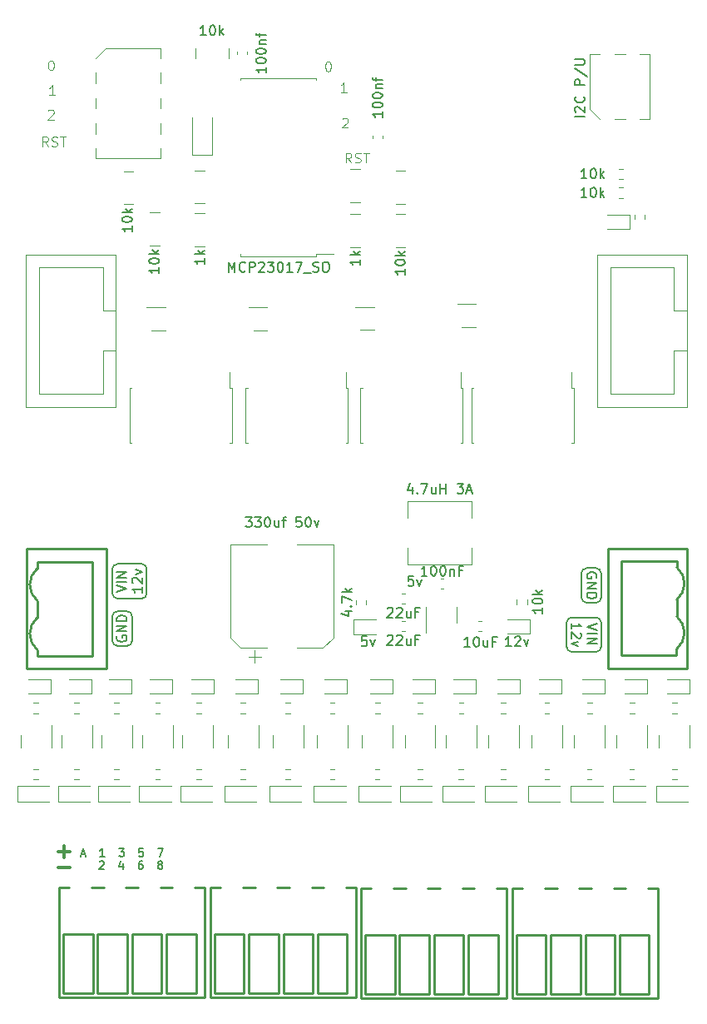
<source format=gto>
G04 #@! TF.GenerationSoftware,KiCad,Pcbnew,(6.0.9)*
G04 #@! TF.CreationDate,2023-11-09T13:38:08+05:30*
G04 #@! TF.ProjectId,Modular-I2C-4PxRJ45-Relay-Driver,4d6f6475-6c61-4722-9d49-32432d345078,2*
G04 #@! TF.SameCoordinates,Original*
G04 #@! TF.FileFunction,Legend,Top*
G04 #@! TF.FilePolarity,Positive*
%FSLAX46Y46*%
G04 Gerber Fmt 4.6, Leading zero omitted, Abs format (unit mm)*
G04 Created by KiCad (PCBNEW (6.0.9)) date 2023-11-09 13:38:08*
%MOMM*%
%LPD*%
G01*
G04 APERTURE LIST*
%ADD10C,0.150000*%
%ADD11C,0.200000*%
%ADD12C,0.125000*%
%ADD13C,0.300000*%
%ADD14C,0.120000*%
%ADD15C,0.254000*%
%ADD16C,0.100000*%
G04 APERTURE END LIST*
D10*
X126244900Y-84379400D02*
G75*
G03*
X126744900Y-83879400I0J500000D01*
G01*
X170992047Y-84489153D02*
G75*
G03*
X171492047Y-84989153I499953J-47D01*
G01*
X128244900Y-76564400D02*
G75*
G03*
X127744900Y-76064400I-500000J0D01*
G01*
X174492047Y-81989153D02*
X174492047Y-84489153D01*
X173992047Y-79989153D02*
X172992047Y-79989153D01*
X127744900Y-79564400D02*
X125244900Y-79564400D01*
X125244900Y-80879400D02*
G75*
G03*
X124744900Y-81379400I0J-500000D01*
G01*
X125244900Y-76064400D02*
X127744900Y-76064400D01*
X126744900Y-81379400D02*
G75*
G03*
X126244900Y-80879400I-500000J0D01*
G01*
X174492047Y-81989153D02*
G75*
G03*
X173992047Y-81489153I-500047J-47D01*
G01*
X173992047Y-79989247D02*
G75*
G03*
X174492047Y-79489153I-47J500047D01*
G01*
X171492047Y-81489247D02*
G75*
G03*
X170992047Y-81989153I-47J-499953D01*
G01*
X172492047Y-79489153D02*
G75*
G03*
X172992047Y-79989153I499953J-47D01*
G01*
X170992047Y-84489153D02*
X170992047Y-81989153D01*
X126744900Y-81379400D02*
X126744900Y-83879400D01*
X172492047Y-79489153D02*
X172492047Y-76989153D01*
X124744900Y-79064400D02*
X124744900Y-76564400D01*
X125244900Y-80879400D02*
X126244900Y-80879400D01*
X173992047Y-84989247D02*
G75*
G03*
X174492047Y-84489153I-47J500047D01*
G01*
X127744900Y-79564400D02*
G75*
G03*
X128244900Y-79064400I0J500000D01*
G01*
X124744900Y-83879400D02*
G75*
G03*
X125244900Y-84379400I500000J0D01*
G01*
X172992047Y-76489247D02*
G75*
G03*
X172492047Y-76989153I-47J-499953D01*
G01*
X173992047Y-76489153D02*
X172992047Y-76489153D01*
X173992047Y-84989153D02*
X171492047Y-84989153D01*
X171492047Y-81489153D02*
X173992047Y-81489153D01*
X174492047Y-79489153D02*
X174492047Y-76989153D01*
X124744900Y-81379400D02*
X124744900Y-83879400D01*
X125244900Y-84379400D02*
X126244900Y-84379400D01*
X124744900Y-79064400D02*
G75*
G03*
X125244900Y-79564400I500000J0D01*
G01*
X128244900Y-76564400D02*
X128244900Y-79064400D01*
X174492047Y-76989153D02*
G75*
G03*
X173992047Y-76489153I-500047J-47D01*
G01*
X125244900Y-76064400D02*
G75*
G03*
X124744900Y-76564400I0J-500000D01*
G01*
D11*
X121577657Y-105559733D02*
X121958609Y-105559733D01*
X121501466Y-105788304D02*
X121768133Y-104988304D01*
X122034800Y-105788304D01*
X123939561Y-105788304D02*
X123482419Y-105788304D01*
X123710990Y-105788304D02*
X123710990Y-104988304D01*
X123634800Y-105102590D01*
X123558609Y-105178780D01*
X123482419Y-105216876D01*
X125425276Y-104988304D02*
X125920514Y-104988304D01*
X125653847Y-105293066D01*
X125768133Y-105293066D01*
X125844323Y-105331161D01*
X125882419Y-105369257D01*
X125920514Y-105445447D01*
X125920514Y-105635923D01*
X125882419Y-105712114D01*
X125844323Y-105750209D01*
X125768133Y-105788304D01*
X125539561Y-105788304D01*
X125463371Y-105750209D01*
X125425276Y-105712114D01*
X127863371Y-104988304D02*
X127482419Y-104988304D01*
X127444323Y-105369257D01*
X127482419Y-105331161D01*
X127558609Y-105293066D01*
X127749085Y-105293066D01*
X127825276Y-105331161D01*
X127863371Y-105369257D01*
X127901466Y-105445447D01*
X127901466Y-105635923D01*
X127863371Y-105712114D01*
X127825276Y-105750209D01*
X127749085Y-105788304D01*
X127558609Y-105788304D01*
X127482419Y-105750209D01*
X127444323Y-105712114D01*
X129387180Y-104988304D02*
X129920514Y-104988304D01*
X129577657Y-105788304D01*
X123444323Y-106352495D02*
X123482419Y-106314400D01*
X123558609Y-106276304D01*
X123749085Y-106276304D01*
X123825276Y-106314400D01*
X123863371Y-106352495D01*
X123901466Y-106428685D01*
X123901466Y-106504876D01*
X123863371Y-106619161D01*
X123406228Y-107076304D01*
X123901466Y-107076304D01*
X125806228Y-106542971D02*
X125806228Y-107076304D01*
X125615752Y-106238209D02*
X125425276Y-106809638D01*
X125920514Y-106809638D01*
X127787180Y-106276304D02*
X127634800Y-106276304D01*
X127558609Y-106314400D01*
X127520514Y-106352495D01*
X127444323Y-106466780D01*
X127406228Y-106619161D01*
X127406228Y-106923923D01*
X127444323Y-107000114D01*
X127482419Y-107038209D01*
X127558609Y-107076304D01*
X127710990Y-107076304D01*
X127787180Y-107038209D01*
X127825276Y-107000114D01*
X127863371Y-106923923D01*
X127863371Y-106733447D01*
X127825276Y-106657257D01*
X127787180Y-106619161D01*
X127710990Y-106581066D01*
X127558609Y-106581066D01*
X127482419Y-106619161D01*
X127444323Y-106657257D01*
X127406228Y-106733447D01*
X129539561Y-106619161D02*
X129463371Y-106581066D01*
X129425276Y-106542971D01*
X129387180Y-106466780D01*
X129387180Y-106428685D01*
X129425276Y-106352495D01*
X129463371Y-106314400D01*
X129539561Y-106276304D01*
X129691942Y-106276304D01*
X129768133Y-106314400D01*
X129806228Y-106352495D01*
X129844323Y-106428685D01*
X129844323Y-106466780D01*
X129806228Y-106542971D01*
X129768133Y-106581066D01*
X129691942Y-106619161D01*
X129539561Y-106619161D01*
X129463371Y-106657257D01*
X129425276Y-106695352D01*
X129387180Y-106771542D01*
X129387180Y-106923923D01*
X129425276Y-107000114D01*
X129463371Y-107038209D01*
X129539561Y-107076304D01*
X129691942Y-107076304D01*
X129768133Y-107038209D01*
X129806228Y-107000114D01*
X129844323Y-106923923D01*
X129844323Y-106771542D01*
X129806228Y-106695352D01*
X129768133Y-106657257D01*
X129691942Y-106619161D01*
D12*
X118197380Y-33599380D02*
X117864047Y-33123190D01*
X117625952Y-33599380D02*
X117625952Y-32599380D01*
X118006904Y-32599380D01*
X118102142Y-32647000D01*
X118149761Y-32694619D01*
X118197380Y-32789857D01*
X118197380Y-32932714D01*
X118149761Y-33027952D01*
X118102142Y-33075571D01*
X118006904Y-33123190D01*
X117625952Y-33123190D01*
X118578333Y-33551761D02*
X118721190Y-33599380D01*
X118959285Y-33599380D01*
X119054523Y-33551761D01*
X119102142Y-33504142D01*
X119149761Y-33408904D01*
X119149761Y-33313666D01*
X119102142Y-33218428D01*
X119054523Y-33170809D01*
X118959285Y-33123190D01*
X118768809Y-33075571D01*
X118673571Y-33027952D01*
X118625952Y-32980333D01*
X118578333Y-32885095D01*
X118578333Y-32789857D01*
X118625952Y-32694619D01*
X118673571Y-32647000D01*
X118768809Y-32599380D01*
X119006904Y-32599380D01*
X119149761Y-32647000D01*
X119435476Y-32599380D02*
X120006904Y-32599380D01*
X119721190Y-33599380D02*
X119721190Y-32599380D01*
X148151885Y-30789619D02*
X148199504Y-30742000D01*
X148294742Y-30694380D01*
X148532838Y-30694380D01*
X148628076Y-30742000D01*
X148675695Y-30789619D01*
X148723314Y-30884857D01*
X148723314Y-30980095D01*
X148675695Y-31122952D01*
X148104266Y-31694380D01*
X148723314Y-31694380D01*
X118903714Y-28355180D02*
X118332285Y-28355180D01*
X118618000Y-28355180D02*
X118618000Y-27355180D01*
X118522761Y-27498038D01*
X118427523Y-27593276D01*
X118332285Y-27640895D01*
D10*
X173992047Y-77477248D02*
X174039666Y-77382010D01*
X174039666Y-77239153D01*
X173992047Y-77096295D01*
X173896808Y-77001057D01*
X173801570Y-76953438D01*
X173611094Y-76905819D01*
X173468237Y-76905819D01*
X173277761Y-76953438D01*
X173182523Y-77001057D01*
X173087285Y-77096295D01*
X173039666Y-77239153D01*
X173039666Y-77334391D01*
X173087285Y-77477248D01*
X173134904Y-77524867D01*
X173468237Y-77524867D01*
X173468237Y-77334391D01*
X173039666Y-77953438D02*
X174039666Y-77953438D01*
X173039666Y-78524867D01*
X174039666Y-78524867D01*
X173039666Y-79001057D02*
X174039666Y-79001057D01*
X174039666Y-79239153D01*
X173992047Y-79382010D01*
X173896808Y-79477248D01*
X173801570Y-79524867D01*
X173611094Y-79572486D01*
X173468237Y-79572486D01*
X173277761Y-79524867D01*
X173182523Y-79477248D01*
X173087285Y-79382010D01*
X173039666Y-79239153D01*
X173039666Y-79001057D01*
X126741180Y-41692438D02*
X126741180Y-42263866D01*
X126741180Y-41978152D02*
X125741180Y-41978152D01*
X125884038Y-42073390D01*
X125979276Y-42168628D01*
X126026895Y-42263866D01*
X125741180Y-41073390D02*
X125741180Y-40978152D01*
X125788800Y-40882914D01*
X125836419Y-40835295D01*
X125931657Y-40787676D01*
X126122133Y-40740057D01*
X126360228Y-40740057D01*
X126550704Y-40787676D01*
X126645942Y-40835295D01*
X126693561Y-40882914D01*
X126741180Y-40978152D01*
X126741180Y-41073390D01*
X126693561Y-41168628D01*
X126645942Y-41216247D01*
X126550704Y-41263866D01*
X126360228Y-41311485D01*
X126122133Y-41311485D01*
X125931657Y-41263866D01*
X125836419Y-41216247D01*
X125788800Y-41168628D01*
X125741180Y-41073390D01*
X126741180Y-40311485D02*
X125741180Y-40311485D01*
X126360228Y-40216247D02*
X126741180Y-39930533D01*
X126074514Y-39930533D02*
X126455466Y-40311485D01*
X172816780Y-30539961D02*
X171816780Y-30539961D01*
X171912019Y-30111390D02*
X171864400Y-30063771D01*
X171816780Y-29968533D01*
X171816780Y-29730438D01*
X171864400Y-29635200D01*
X171912019Y-29587580D01*
X172007257Y-29539961D01*
X172102495Y-29539961D01*
X172245352Y-29587580D01*
X172816780Y-30159009D01*
X172816780Y-29539961D01*
X172721542Y-28539961D02*
X172769161Y-28587580D01*
X172816780Y-28730438D01*
X172816780Y-28825676D01*
X172769161Y-28968533D01*
X172673923Y-29063771D01*
X172578685Y-29111390D01*
X172388209Y-29159009D01*
X172245352Y-29159009D01*
X172054876Y-29111390D01*
X171959638Y-29063771D01*
X171864400Y-28968533D01*
X171816780Y-28825676D01*
X171816780Y-28730438D01*
X171864400Y-28587580D01*
X171912019Y-28539961D01*
X172816780Y-27349485D02*
X171816780Y-27349485D01*
X171816780Y-26968533D01*
X171864400Y-26873295D01*
X171912019Y-26825676D01*
X172007257Y-26778057D01*
X172150114Y-26778057D01*
X172245352Y-26825676D01*
X172292971Y-26873295D01*
X172340590Y-26968533D01*
X172340590Y-27349485D01*
X171769161Y-25635200D02*
X173054876Y-26492342D01*
X171816780Y-25301866D02*
X172626304Y-25301866D01*
X172721542Y-25254247D01*
X172769161Y-25206628D01*
X172816780Y-25111390D01*
X172816780Y-24920914D01*
X172769161Y-24825676D01*
X172721542Y-24778057D01*
X172626304Y-24730438D01*
X171816780Y-24730438D01*
X174094666Y-82143914D02*
X173094666Y-82477248D01*
X174094666Y-82810581D01*
X173094666Y-83143914D02*
X174094666Y-83143914D01*
X173094666Y-83620105D02*
X174094666Y-83620105D01*
X173094666Y-84191533D01*
X174094666Y-84191533D01*
X171484666Y-82667724D02*
X171484666Y-82096295D01*
X171484666Y-82382010D02*
X172484666Y-82382010D01*
X172341808Y-82286772D01*
X172246570Y-82191533D01*
X172198951Y-82096295D01*
X172389427Y-83048676D02*
X172437047Y-83096295D01*
X172484666Y-83191533D01*
X172484666Y-83429629D01*
X172437047Y-83524867D01*
X172389427Y-83572486D01*
X172294189Y-83620105D01*
X172198951Y-83620105D01*
X172056094Y-83572486D01*
X171484666Y-83001057D01*
X171484666Y-83620105D01*
X172151332Y-83953438D02*
X171484666Y-84191533D01*
X172151332Y-84429629D01*
X125142280Y-78909638D02*
X126142280Y-78576304D01*
X125142280Y-78242971D01*
X126142280Y-77909638D02*
X125142280Y-77909638D01*
X126142280Y-77433447D02*
X125142280Y-77433447D01*
X126142280Y-76862019D01*
X125142280Y-76862019D01*
X127752280Y-78385828D02*
X127752280Y-78957257D01*
X127752280Y-78671542D02*
X126752280Y-78671542D01*
X126895138Y-78766780D01*
X126990376Y-78862019D01*
X127037995Y-78957257D01*
X126847519Y-78004876D02*
X126799900Y-77957257D01*
X126752280Y-77862019D01*
X126752280Y-77623923D01*
X126799900Y-77528685D01*
X126847519Y-77481066D01*
X126942757Y-77433447D01*
X127037995Y-77433447D01*
X127180852Y-77481066D01*
X127752280Y-78052495D01*
X127752280Y-77433447D01*
X127085614Y-77100114D02*
X127752280Y-76862019D01*
X127085614Y-76623923D01*
D12*
X146660730Y-24955180D02*
X146755969Y-24955180D01*
X146851207Y-25002800D01*
X146898826Y-25050419D01*
X146946445Y-25145657D01*
X146994064Y-25336133D01*
X146994064Y-25574228D01*
X146946445Y-25764704D01*
X146898826Y-25859942D01*
X146851207Y-25907561D01*
X146755969Y-25955180D01*
X146660730Y-25955180D01*
X146565492Y-25907561D01*
X146517873Y-25859942D01*
X146470254Y-25764704D01*
X146422635Y-25574228D01*
X146422635Y-25336133D01*
X146470254Y-25145657D01*
X146517873Y-25050419D01*
X146565492Y-25002800D01*
X146660730Y-24955180D01*
X118205285Y-29950419D02*
X118252904Y-29902800D01*
X118348142Y-29855180D01*
X118586238Y-29855180D01*
X118681476Y-29902800D01*
X118729095Y-29950419D01*
X118776714Y-30045657D01*
X118776714Y-30140895D01*
X118729095Y-30283752D01*
X118157666Y-30855180D01*
X118776714Y-30855180D01*
X148570914Y-28087580D02*
X147999485Y-28087580D01*
X148285200Y-28087580D02*
X148285200Y-27087580D01*
X148189961Y-27230438D01*
X148094723Y-27325676D01*
X147999485Y-27373295D01*
D10*
X125244900Y-83391304D02*
X125197280Y-83486542D01*
X125197280Y-83629400D01*
X125244900Y-83772257D01*
X125340138Y-83867495D01*
X125435376Y-83915114D01*
X125625852Y-83962733D01*
X125768709Y-83962733D01*
X125959185Y-83915114D01*
X126054423Y-83867495D01*
X126149661Y-83772257D01*
X126197280Y-83629400D01*
X126197280Y-83534161D01*
X126149661Y-83391304D01*
X126102042Y-83343685D01*
X125768709Y-83343685D01*
X125768709Y-83534161D01*
X126197280Y-82915114D02*
X125197280Y-82915114D01*
X126197280Y-82343685D01*
X125197280Y-82343685D01*
X126197280Y-81867495D02*
X125197280Y-81867495D01*
X125197280Y-81629400D01*
X125244900Y-81486542D01*
X125340138Y-81391304D01*
X125435376Y-81343685D01*
X125625852Y-81296066D01*
X125768709Y-81296066D01*
X125959185Y-81343685D01*
X126054423Y-81391304D01*
X126149661Y-81486542D01*
X126197280Y-81629400D01*
X126197280Y-81867495D01*
D12*
X149058380Y-35250380D02*
X148725047Y-34774190D01*
X148486952Y-35250380D02*
X148486952Y-34250380D01*
X148867904Y-34250380D01*
X148963142Y-34298000D01*
X149010761Y-34345619D01*
X149058380Y-34440857D01*
X149058380Y-34583714D01*
X149010761Y-34678952D01*
X148963142Y-34726571D01*
X148867904Y-34774190D01*
X148486952Y-34774190D01*
X149439333Y-35202761D02*
X149582190Y-35250380D01*
X149820285Y-35250380D01*
X149915523Y-35202761D01*
X149963142Y-35155142D01*
X150010761Y-35059904D01*
X150010761Y-34964666D01*
X149963142Y-34869428D01*
X149915523Y-34821809D01*
X149820285Y-34774190D01*
X149629809Y-34726571D01*
X149534571Y-34678952D01*
X149486952Y-34631333D01*
X149439333Y-34536095D01*
X149439333Y-34440857D01*
X149486952Y-34345619D01*
X149534571Y-34298000D01*
X149629809Y-34250380D01*
X149867904Y-34250380D01*
X150010761Y-34298000D01*
X150296476Y-34250380D02*
X150867904Y-34250380D01*
X150582190Y-35250380D02*
X150582190Y-34250380D01*
D13*
X119265771Y-105313942D02*
X120408628Y-105313942D01*
X119837200Y-105885371D02*
X119837200Y-104742514D01*
X119265771Y-106888742D02*
X120408628Y-106888742D01*
D12*
X118443380Y-24855180D02*
X118538619Y-24855180D01*
X118633857Y-24902800D01*
X118681476Y-24950419D01*
X118729095Y-25045657D01*
X118776714Y-25236133D01*
X118776714Y-25474228D01*
X118729095Y-25664704D01*
X118681476Y-25759942D01*
X118633857Y-25807561D01*
X118538619Y-25855180D01*
X118443380Y-25855180D01*
X118348142Y-25807561D01*
X118300523Y-25759942D01*
X118252904Y-25664704D01*
X118205285Y-25474228D01*
X118205285Y-25236133D01*
X118252904Y-25045657D01*
X118300523Y-24950419D01*
X118348142Y-24902800D01*
X118443380Y-24855180D01*
D10*
X165341371Y-84424780D02*
X164769942Y-84424780D01*
X165055657Y-84424780D02*
X165055657Y-83424780D01*
X164960419Y-83567638D01*
X164865180Y-83662876D01*
X164769942Y-83710495D01*
X165722323Y-83520019D02*
X165769942Y-83472400D01*
X165865180Y-83424780D01*
X166103276Y-83424780D01*
X166198514Y-83472400D01*
X166246133Y-83520019D01*
X166293752Y-83615257D01*
X166293752Y-83710495D01*
X166246133Y-83853352D01*
X165674704Y-84424780D01*
X166293752Y-84424780D01*
X166627085Y-83758114D02*
X166865180Y-84424780D01*
X167103276Y-83758114D01*
X129484380Y-45908838D02*
X129484380Y-46480266D01*
X129484380Y-46194552D02*
X128484380Y-46194552D01*
X128627238Y-46289790D01*
X128722476Y-46385028D01*
X128770095Y-46480266D01*
X128484380Y-45289790D02*
X128484380Y-45194552D01*
X128532000Y-45099314D01*
X128579619Y-45051695D01*
X128674857Y-45004076D01*
X128865333Y-44956457D01*
X129103428Y-44956457D01*
X129293904Y-45004076D01*
X129389142Y-45051695D01*
X129436761Y-45099314D01*
X129484380Y-45194552D01*
X129484380Y-45289790D01*
X129436761Y-45385028D01*
X129389142Y-45432647D01*
X129293904Y-45480266D01*
X129103428Y-45527885D01*
X128865333Y-45527885D01*
X128674857Y-45480266D01*
X128579619Y-45432647D01*
X128532000Y-45385028D01*
X128484380Y-45289790D01*
X129484380Y-44527885D02*
X128484380Y-44527885D01*
X129103428Y-44432647D02*
X129484380Y-44146933D01*
X128817714Y-44146933D02*
X129198666Y-44527885D01*
X168522180Y-80503638D02*
X168522180Y-81075066D01*
X168522180Y-80789352D02*
X167522180Y-80789352D01*
X167665038Y-80884590D01*
X167760276Y-80979828D01*
X167807895Y-81075066D01*
X167522180Y-79884590D02*
X167522180Y-79789352D01*
X167569800Y-79694114D01*
X167617419Y-79646495D01*
X167712657Y-79598876D01*
X167903133Y-79551257D01*
X168141228Y-79551257D01*
X168331704Y-79598876D01*
X168426942Y-79646495D01*
X168474561Y-79694114D01*
X168522180Y-79789352D01*
X168522180Y-79884590D01*
X168474561Y-79979828D01*
X168426942Y-80027447D01*
X168331704Y-80075066D01*
X168141228Y-80122685D01*
X167903133Y-80122685D01*
X167712657Y-80075066D01*
X167617419Y-80027447D01*
X167569800Y-79979828D01*
X167522180Y-79884590D01*
X168522180Y-79122685D02*
X167522180Y-79122685D01*
X168141228Y-79027447D02*
X168522180Y-78741733D01*
X167855514Y-78741733D02*
X168236466Y-79122685D01*
X150631542Y-83424780D02*
X150155352Y-83424780D01*
X150107733Y-83900971D01*
X150155352Y-83853352D01*
X150250590Y-83805733D01*
X150488685Y-83805733D01*
X150583923Y-83853352D01*
X150631542Y-83900971D01*
X150679161Y-83996209D01*
X150679161Y-84234304D01*
X150631542Y-84329542D01*
X150583923Y-84377161D01*
X150488685Y-84424780D01*
X150250590Y-84424780D01*
X150155352Y-84377161D01*
X150107733Y-84329542D01*
X151012495Y-83758114D02*
X151250590Y-84424780D01*
X151488685Y-83758114D01*
X140374380Y-25527561D02*
X140374380Y-26098990D01*
X140374380Y-25813276D02*
X139374380Y-25813276D01*
X139517238Y-25908514D01*
X139612476Y-26003752D01*
X139660095Y-26098990D01*
X139374380Y-24908514D02*
X139374380Y-24813276D01*
X139422000Y-24718038D01*
X139469619Y-24670419D01*
X139564857Y-24622800D01*
X139755333Y-24575180D01*
X139993428Y-24575180D01*
X140183904Y-24622800D01*
X140279142Y-24670419D01*
X140326761Y-24718038D01*
X140374380Y-24813276D01*
X140374380Y-24908514D01*
X140326761Y-25003752D01*
X140279142Y-25051371D01*
X140183904Y-25098990D01*
X139993428Y-25146609D01*
X139755333Y-25146609D01*
X139564857Y-25098990D01*
X139469619Y-25051371D01*
X139422000Y-25003752D01*
X139374380Y-24908514D01*
X139374380Y-23956133D02*
X139374380Y-23860895D01*
X139422000Y-23765657D01*
X139469619Y-23718038D01*
X139564857Y-23670419D01*
X139755333Y-23622800D01*
X139993428Y-23622800D01*
X140183904Y-23670419D01*
X140279142Y-23718038D01*
X140326761Y-23765657D01*
X140374380Y-23860895D01*
X140374380Y-23956133D01*
X140326761Y-24051371D01*
X140279142Y-24098990D01*
X140183904Y-24146609D01*
X139993428Y-24194228D01*
X139755333Y-24194228D01*
X139564857Y-24146609D01*
X139469619Y-24098990D01*
X139422000Y-24051371D01*
X139374380Y-23956133D01*
X139707714Y-23194228D02*
X140374380Y-23194228D01*
X139802952Y-23194228D02*
X139755333Y-23146609D01*
X139707714Y-23051371D01*
X139707714Y-22908514D01*
X139755333Y-22813276D01*
X139850571Y-22765657D01*
X140374380Y-22765657D01*
X139707714Y-22432323D02*
X139707714Y-22051371D01*
X140374380Y-22289466D02*
X139517238Y-22289466D01*
X139422000Y-22241847D01*
X139374380Y-22146609D01*
X139374380Y-22051371D01*
X134278761Y-22282380D02*
X133707333Y-22282380D01*
X133993047Y-22282380D02*
X133993047Y-21282380D01*
X133897809Y-21425238D01*
X133802571Y-21520476D01*
X133707333Y-21568095D01*
X134897809Y-21282380D02*
X134993047Y-21282380D01*
X135088285Y-21330000D01*
X135135904Y-21377619D01*
X135183523Y-21472857D01*
X135231142Y-21663333D01*
X135231142Y-21901428D01*
X135183523Y-22091904D01*
X135135904Y-22187142D01*
X135088285Y-22234761D01*
X134993047Y-22282380D01*
X134897809Y-22282380D01*
X134802571Y-22234761D01*
X134754952Y-22187142D01*
X134707333Y-22091904D01*
X134659714Y-21901428D01*
X134659714Y-21663333D01*
X134707333Y-21472857D01*
X134754952Y-21377619D01*
X134802571Y-21330000D01*
X134897809Y-21282380D01*
X135659714Y-22282380D02*
X135659714Y-21282380D01*
X135754952Y-21901428D02*
X136040666Y-22282380D01*
X136040666Y-21615714D02*
X135659714Y-21996666D01*
X161132971Y-84475580D02*
X160561542Y-84475580D01*
X160847257Y-84475580D02*
X160847257Y-83475580D01*
X160752019Y-83618438D01*
X160656780Y-83713676D01*
X160561542Y-83761295D01*
X161752019Y-83475580D02*
X161847257Y-83475580D01*
X161942495Y-83523200D01*
X161990114Y-83570819D01*
X162037733Y-83666057D01*
X162085352Y-83856533D01*
X162085352Y-84094628D01*
X162037733Y-84285104D01*
X161990114Y-84380342D01*
X161942495Y-84427961D01*
X161847257Y-84475580D01*
X161752019Y-84475580D01*
X161656780Y-84427961D01*
X161609161Y-84380342D01*
X161561542Y-84285104D01*
X161513923Y-84094628D01*
X161513923Y-83856533D01*
X161561542Y-83666057D01*
X161609161Y-83570819D01*
X161656780Y-83523200D01*
X161752019Y-83475580D01*
X162942495Y-83808914D02*
X162942495Y-84475580D01*
X162513923Y-83808914D02*
X162513923Y-84332723D01*
X162561542Y-84427961D01*
X162656780Y-84475580D01*
X162799638Y-84475580D01*
X162894876Y-84427961D01*
X162942495Y-84380342D01*
X163752019Y-83951771D02*
X163418685Y-83951771D01*
X163418685Y-84475580D02*
X163418685Y-83475580D01*
X163894876Y-83475580D01*
X173028111Y-36848680D02*
X172456683Y-36848680D01*
X172742397Y-36848680D02*
X172742397Y-35848680D01*
X172647159Y-35991538D01*
X172551921Y-36086776D01*
X172456683Y-36134395D01*
X173647159Y-35848680D02*
X173742397Y-35848680D01*
X173837635Y-35896300D01*
X173885254Y-35943919D01*
X173932873Y-36039157D01*
X173980492Y-36229633D01*
X173980492Y-36467728D01*
X173932873Y-36658204D01*
X173885254Y-36753442D01*
X173837635Y-36801061D01*
X173742397Y-36848680D01*
X173647159Y-36848680D01*
X173551921Y-36801061D01*
X173504302Y-36753442D01*
X173456683Y-36658204D01*
X173409064Y-36467728D01*
X173409064Y-36229633D01*
X173456683Y-36039157D01*
X173504302Y-35943919D01*
X173551921Y-35896300D01*
X173647159Y-35848680D01*
X174409064Y-36848680D02*
X174409064Y-35848680D01*
X174504302Y-36467728D02*
X174790016Y-36848680D01*
X174790016Y-36182014D02*
X174409064Y-36562966D01*
X155368342Y-77290380D02*
X154892152Y-77290380D01*
X154844533Y-77766571D01*
X154892152Y-77718952D01*
X154987390Y-77671333D01*
X155225485Y-77671333D01*
X155320723Y-77718952D01*
X155368342Y-77766571D01*
X155415961Y-77861809D01*
X155415961Y-78099904D01*
X155368342Y-78195142D01*
X155320723Y-78242761D01*
X155225485Y-78290380D01*
X154987390Y-78290380D01*
X154892152Y-78242761D01*
X154844533Y-78195142D01*
X155749295Y-77623714D02*
X155987390Y-78290380D01*
X156225485Y-77623714D01*
X152738342Y-80593619D02*
X152785961Y-80546000D01*
X152881200Y-80498380D01*
X153119295Y-80498380D01*
X153214533Y-80546000D01*
X153262152Y-80593619D01*
X153309771Y-80688857D01*
X153309771Y-80784095D01*
X153262152Y-80926952D01*
X152690723Y-81498380D01*
X153309771Y-81498380D01*
X153690723Y-80593619D02*
X153738342Y-80546000D01*
X153833580Y-80498380D01*
X154071676Y-80498380D01*
X154166914Y-80546000D01*
X154214533Y-80593619D01*
X154262152Y-80688857D01*
X154262152Y-80784095D01*
X154214533Y-80926952D01*
X153643104Y-81498380D01*
X154262152Y-81498380D01*
X155119295Y-80831714D02*
X155119295Y-81498380D01*
X154690723Y-80831714D02*
X154690723Y-81355523D01*
X154738342Y-81450761D01*
X154833580Y-81498380D01*
X154976438Y-81498380D01*
X155071676Y-81450761D01*
X155119295Y-81403142D01*
X155928819Y-80974571D02*
X155595485Y-80974571D01*
X155595485Y-81498380D02*
X155595485Y-80498380D01*
X156071676Y-80498380D01*
X152725342Y-83387619D02*
X152772961Y-83340000D01*
X152868200Y-83292380D01*
X153106295Y-83292380D01*
X153201533Y-83340000D01*
X153249152Y-83387619D01*
X153296771Y-83482857D01*
X153296771Y-83578095D01*
X153249152Y-83720952D01*
X152677723Y-84292380D01*
X153296771Y-84292380D01*
X153677723Y-83387619D02*
X153725342Y-83340000D01*
X153820580Y-83292380D01*
X154058676Y-83292380D01*
X154153914Y-83340000D01*
X154201533Y-83387619D01*
X154249152Y-83482857D01*
X154249152Y-83578095D01*
X154201533Y-83720952D01*
X153630104Y-84292380D01*
X154249152Y-84292380D01*
X155106295Y-83625714D02*
X155106295Y-84292380D01*
X154677723Y-83625714D02*
X154677723Y-84149523D01*
X154725342Y-84244761D01*
X154820580Y-84292380D01*
X154963438Y-84292380D01*
X155058676Y-84244761D01*
X155106295Y-84197142D01*
X155915819Y-83768571D02*
X155582485Y-83768571D01*
X155582485Y-84292380D02*
X155582485Y-83292380D01*
X156058676Y-83292380D01*
X155265485Y-68220714D02*
X155265485Y-68887380D01*
X155027390Y-67839761D02*
X154789295Y-68554047D01*
X155408342Y-68554047D01*
X155789295Y-68792142D02*
X155836914Y-68839761D01*
X155789295Y-68887380D01*
X155741676Y-68839761D01*
X155789295Y-68792142D01*
X155789295Y-68887380D01*
X156170247Y-67887380D02*
X156836914Y-67887380D01*
X156408342Y-68887380D01*
X157646438Y-68220714D02*
X157646438Y-68887380D01*
X157217866Y-68220714D02*
X157217866Y-68744523D01*
X157265485Y-68839761D01*
X157360723Y-68887380D01*
X157503580Y-68887380D01*
X157598819Y-68839761D01*
X157646438Y-68792142D01*
X158122628Y-68887380D02*
X158122628Y-67887380D01*
X158122628Y-68363571D02*
X158694057Y-68363571D01*
X158694057Y-68887380D02*
X158694057Y-67887380D01*
X159836914Y-67887380D02*
X160455961Y-67887380D01*
X160122628Y-68268333D01*
X160265485Y-68268333D01*
X160360723Y-68315952D01*
X160408342Y-68363571D01*
X160455961Y-68458809D01*
X160455961Y-68696904D01*
X160408342Y-68792142D01*
X160360723Y-68839761D01*
X160265485Y-68887380D01*
X159979771Y-68887380D01*
X159884533Y-68839761D01*
X159836914Y-68792142D01*
X160836914Y-68601666D02*
X161313104Y-68601666D01*
X160741676Y-68887380D02*
X161075009Y-67887380D01*
X161408342Y-68887380D01*
X138297904Y-71301980D02*
X138916952Y-71301980D01*
X138583619Y-71682933D01*
X138726476Y-71682933D01*
X138821714Y-71730552D01*
X138869333Y-71778171D01*
X138916952Y-71873409D01*
X138916952Y-72111504D01*
X138869333Y-72206742D01*
X138821714Y-72254361D01*
X138726476Y-72301980D01*
X138440761Y-72301980D01*
X138345523Y-72254361D01*
X138297904Y-72206742D01*
X139250285Y-71301980D02*
X139869333Y-71301980D01*
X139536000Y-71682933D01*
X139678857Y-71682933D01*
X139774095Y-71730552D01*
X139821714Y-71778171D01*
X139869333Y-71873409D01*
X139869333Y-72111504D01*
X139821714Y-72206742D01*
X139774095Y-72254361D01*
X139678857Y-72301980D01*
X139393142Y-72301980D01*
X139297904Y-72254361D01*
X139250285Y-72206742D01*
X140488380Y-71301980D02*
X140583619Y-71301980D01*
X140678857Y-71349600D01*
X140726476Y-71397219D01*
X140774095Y-71492457D01*
X140821714Y-71682933D01*
X140821714Y-71921028D01*
X140774095Y-72111504D01*
X140726476Y-72206742D01*
X140678857Y-72254361D01*
X140583619Y-72301980D01*
X140488380Y-72301980D01*
X140393142Y-72254361D01*
X140345523Y-72206742D01*
X140297904Y-72111504D01*
X140250285Y-71921028D01*
X140250285Y-71682933D01*
X140297904Y-71492457D01*
X140345523Y-71397219D01*
X140393142Y-71349600D01*
X140488380Y-71301980D01*
X141678857Y-71635314D02*
X141678857Y-72301980D01*
X141250285Y-71635314D02*
X141250285Y-72159123D01*
X141297904Y-72254361D01*
X141393142Y-72301980D01*
X141536000Y-72301980D01*
X141631238Y-72254361D01*
X141678857Y-72206742D01*
X142012190Y-71635314D02*
X142393142Y-71635314D01*
X142155047Y-72301980D02*
X142155047Y-71444838D01*
X142202666Y-71349600D01*
X142297904Y-71301980D01*
X142393142Y-71301980D01*
X143964571Y-71301980D02*
X143488380Y-71301980D01*
X143440761Y-71778171D01*
X143488380Y-71730552D01*
X143583619Y-71682933D01*
X143821714Y-71682933D01*
X143916952Y-71730552D01*
X143964571Y-71778171D01*
X144012190Y-71873409D01*
X144012190Y-72111504D01*
X143964571Y-72206742D01*
X143916952Y-72254361D01*
X143821714Y-72301980D01*
X143583619Y-72301980D01*
X143488380Y-72254361D01*
X143440761Y-72206742D01*
X144631238Y-71301980D02*
X144726476Y-71301980D01*
X144821714Y-71349600D01*
X144869333Y-71397219D01*
X144916952Y-71492457D01*
X144964571Y-71682933D01*
X144964571Y-71921028D01*
X144916952Y-72111504D01*
X144869333Y-72206742D01*
X144821714Y-72254361D01*
X144726476Y-72301980D01*
X144631238Y-72301980D01*
X144536000Y-72254361D01*
X144488380Y-72206742D01*
X144440761Y-72111504D01*
X144393142Y-71921028D01*
X144393142Y-71682933D01*
X144440761Y-71492457D01*
X144488380Y-71397219D01*
X144536000Y-71349600D01*
X144631238Y-71301980D01*
X145297904Y-71635314D02*
X145536000Y-72301980D01*
X145774095Y-71635314D01*
X173028111Y-38753680D02*
X172456683Y-38753680D01*
X172742397Y-38753680D02*
X172742397Y-37753680D01*
X172647159Y-37896538D01*
X172551921Y-37991776D01*
X172456683Y-38039395D01*
X173647159Y-37753680D02*
X173742397Y-37753680D01*
X173837635Y-37801300D01*
X173885254Y-37848919D01*
X173932873Y-37944157D01*
X173980492Y-38134633D01*
X173980492Y-38372728D01*
X173932873Y-38563204D01*
X173885254Y-38658442D01*
X173837635Y-38706061D01*
X173742397Y-38753680D01*
X173647159Y-38753680D01*
X173551921Y-38706061D01*
X173504302Y-38658442D01*
X173456683Y-38563204D01*
X173409064Y-38372728D01*
X173409064Y-38134633D01*
X173456683Y-37944157D01*
X173504302Y-37848919D01*
X173551921Y-37801300D01*
X173647159Y-37753680D01*
X174409064Y-38753680D02*
X174409064Y-37753680D01*
X174504302Y-38372728D02*
X174790016Y-38753680D01*
X174790016Y-38087014D02*
X174409064Y-38467966D01*
X136554761Y-46353380D02*
X136554761Y-45353380D01*
X136888095Y-46067666D01*
X137221428Y-45353380D01*
X137221428Y-46353380D01*
X138269047Y-46258142D02*
X138221428Y-46305761D01*
X138078571Y-46353380D01*
X137983333Y-46353380D01*
X137840476Y-46305761D01*
X137745238Y-46210523D01*
X137697619Y-46115285D01*
X137650000Y-45924809D01*
X137650000Y-45781952D01*
X137697619Y-45591476D01*
X137745238Y-45496238D01*
X137840476Y-45401000D01*
X137983333Y-45353380D01*
X138078571Y-45353380D01*
X138221428Y-45401000D01*
X138269047Y-45448619D01*
X138697619Y-46353380D02*
X138697619Y-45353380D01*
X139078571Y-45353380D01*
X139173809Y-45401000D01*
X139221428Y-45448619D01*
X139269047Y-45543857D01*
X139269047Y-45686714D01*
X139221428Y-45781952D01*
X139173809Y-45829571D01*
X139078571Y-45877190D01*
X138697619Y-45877190D01*
X139650000Y-45448619D02*
X139697619Y-45401000D01*
X139792857Y-45353380D01*
X140030952Y-45353380D01*
X140126190Y-45401000D01*
X140173809Y-45448619D01*
X140221428Y-45543857D01*
X140221428Y-45639095D01*
X140173809Y-45781952D01*
X139602380Y-46353380D01*
X140221428Y-46353380D01*
X140554761Y-45353380D02*
X141173809Y-45353380D01*
X140840476Y-45734333D01*
X140983333Y-45734333D01*
X141078571Y-45781952D01*
X141126190Y-45829571D01*
X141173809Y-45924809D01*
X141173809Y-46162904D01*
X141126190Y-46258142D01*
X141078571Y-46305761D01*
X140983333Y-46353380D01*
X140697619Y-46353380D01*
X140602380Y-46305761D01*
X140554761Y-46258142D01*
X141792857Y-45353380D02*
X141888095Y-45353380D01*
X141983333Y-45401000D01*
X142030952Y-45448619D01*
X142078571Y-45543857D01*
X142126190Y-45734333D01*
X142126190Y-45972428D01*
X142078571Y-46162904D01*
X142030952Y-46258142D01*
X141983333Y-46305761D01*
X141888095Y-46353380D01*
X141792857Y-46353380D01*
X141697619Y-46305761D01*
X141650000Y-46258142D01*
X141602380Y-46162904D01*
X141554761Y-45972428D01*
X141554761Y-45734333D01*
X141602380Y-45543857D01*
X141650000Y-45448619D01*
X141697619Y-45401000D01*
X141792857Y-45353380D01*
X143078571Y-46353380D02*
X142507142Y-46353380D01*
X142792857Y-46353380D02*
X142792857Y-45353380D01*
X142697619Y-45496238D01*
X142602380Y-45591476D01*
X142507142Y-45639095D01*
X143411904Y-45353380D02*
X144078571Y-45353380D01*
X143650000Y-46353380D01*
X144221428Y-46448619D02*
X144983333Y-46448619D01*
X145173809Y-46305761D02*
X145316666Y-46353380D01*
X145554761Y-46353380D01*
X145650000Y-46305761D01*
X145697619Y-46258142D01*
X145745238Y-46162904D01*
X145745238Y-46067666D01*
X145697619Y-45972428D01*
X145650000Y-45924809D01*
X145554761Y-45877190D01*
X145364285Y-45829571D01*
X145269047Y-45781952D01*
X145221428Y-45734333D01*
X145173809Y-45639095D01*
X145173809Y-45543857D01*
X145221428Y-45448619D01*
X145269047Y-45401000D01*
X145364285Y-45353380D01*
X145602380Y-45353380D01*
X145745238Y-45401000D01*
X146364285Y-45353380D02*
X146554761Y-45353380D01*
X146650000Y-45401000D01*
X146745238Y-45496238D01*
X146792857Y-45686714D01*
X146792857Y-46020047D01*
X146745238Y-46210523D01*
X146650000Y-46305761D01*
X146554761Y-46353380D01*
X146364285Y-46353380D01*
X146269047Y-46305761D01*
X146173809Y-46210523D01*
X146126190Y-46020047D01*
X146126190Y-45686714D01*
X146173809Y-45496238D01*
X146269047Y-45401000D01*
X146364285Y-45353380D01*
X154528780Y-46059238D02*
X154528780Y-46630666D01*
X154528780Y-46344952D02*
X153528780Y-46344952D01*
X153671638Y-46440190D01*
X153766876Y-46535428D01*
X153814495Y-46630666D01*
X153528780Y-45440190D02*
X153528780Y-45344952D01*
X153576400Y-45249714D01*
X153624019Y-45202095D01*
X153719257Y-45154476D01*
X153909733Y-45106857D01*
X154147828Y-45106857D01*
X154338304Y-45154476D01*
X154433542Y-45202095D01*
X154481161Y-45249714D01*
X154528780Y-45344952D01*
X154528780Y-45440190D01*
X154481161Y-45535428D01*
X154433542Y-45583047D01*
X154338304Y-45630666D01*
X154147828Y-45678285D01*
X153909733Y-45678285D01*
X153719257Y-45630666D01*
X153624019Y-45583047D01*
X153576400Y-45535428D01*
X153528780Y-45440190D01*
X154528780Y-44678285D02*
X153528780Y-44678285D01*
X154147828Y-44583047D02*
X154528780Y-44297333D01*
X153862114Y-44297333D02*
X154243066Y-44678285D01*
X149931380Y-45083035D02*
X149931380Y-45654464D01*
X149931380Y-45368749D02*
X148931380Y-45368749D01*
X149074238Y-45463988D01*
X149169476Y-45559226D01*
X149217095Y-45654464D01*
X149931380Y-44654464D02*
X148931380Y-44654464D01*
X149550428Y-44559226D02*
X149931380Y-44273511D01*
X149264714Y-44273511D02*
X149645666Y-44654464D01*
X134107180Y-44981447D02*
X134107180Y-45552876D01*
X134107180Y-45267161D02*
X133107180Y-45267161D01*
X133250038Y-45362400D01*
X133345276Y-45457638D01*
X133392895Y-45552876D01*
X134107180Y-44552876D02*
X133107180Y-44552876D01*
X133726228Y-44457638D02*
X134107180Y-44171923D01*
X133440514Y-44171923D02*
X133821466Y-44552876D01*
X156770580Y-77261980D02*
X156199152Y-77261980D01*
X156484866Y-77261980D02*
X156484866Y-76261980D01*
X156389628Y-76404838D01*
X156294390Y-76500076D01*
X156199152Y-76547695D01*
X157389628Y-76261980D02*
X157484866Y-76261980D01*
X157580104Y-76309600D01*
X157627723Y-76357219D01*
X157675342Y-76452457D01*
X157722961Y-76642933D01*
X157722961Y-76881028D01*
X157675342Y-77071504D01*
X157627723Y-77166742D01*
X157580104Y-77214361D01*
X157484866Y-77261980D01*
X157389628Y-77261980D01*
X157294390Y-77214361D01*
X157246771Y-77166742D01*
X157199152Y-77071504D01*
X157151533Y-76881028D01*
X157151533Y-76642933D01*
X157199152Y-76452457D01*
X157246771Y-76357219D01*
X157294390Y-76309600D01*
X157389628Y-76261980D01*
X158342009Y-76261980D02*
X158437247Y-76261980D01*
X158532485Y-76309600D01*
X158580104Y-76357219D01*
X158627723Y-76452457D01*
X158675342Y-76642933D01*
X158675342Y-76881028D01*
X158627723Y-77071504D01*
X158580104Y-77166742D01*
X158532485Y-77214361D01*
X158437247Y-77261980D01*
X158342009Y-77261980D01*
X158246771Y-77214361D01*
X158199152Y-77166742D01*
X158151533Y-77071504D01*
X158103914Y-76881028D01*
X158103914Y-76642933D01*
X158151533Y-76452457D01*
X158199152Y-76357219D01*
X158246771Y-76309600D01*
X158342009Y-76261980D01*
X159103914Y-76595314D02*
X159103914Y-77261980D01*
X159103914Y-76690552D02*
X159151533Y-76642933D01*
X159246771Y-76595314D01*
X159389628Y-76595314D01*
X159484866Y-76642933D01*
X159532485Y-76738171D01*
X159532485Y-77261980D01*
X160342009Y-76738171D02*
X160008676Y-76738171D01*
X160008676Y-77261980D02*
X160008676Y-76261980D01*
X160484866Y-76261980D01*
X152217380Y-30043761D02*
X152217380Y-30615190D01*
X152217380Y-30329476D02*
X151217380Y-30329476D01*
X151360238Y-30424714D01*
X151455476Y-30519952D01*
X151503095Y-30615190D01*
X151217380Y-29424714D02*
X151217380Y-29329476D01*
X151265000Y-29234238D01*
X151312619Y-29186619D01*
X151407857Y-29139000D01*
X151598333Y-29091380D01*
X151836428Y-29091380D01*
X152026904Y-29139000D01*
X152122142Y-29186619D01*
X152169761Y-29234238D01*
X152217380Y-29329476D01*
X152217380Y-29424714D01*
X152169761Y-29519952D01*
X152122142Y-29567571D01*
X152026904Y-29615190D01*
X151836428Y-29662809D01*
X151598333Y-29662809D01*
X151407857Y-29615190D01*
X151312619Y-29567571D01*
X151265000Y-29519952D01*
X151217380Y-29424714D01*
X151217380Y-28472333D02*
X151217380Y-28377095D01*
X151265000Y-28281857D01*
X151312619Y-28234238D01*
X151407857Y-28186619D01*
X151598333Y-28139000D01*
X151836428Y-28139000D01*
X152026904Y-28186619D01*
X152122142Y-28234238D01*
X152169761Y-28281857D01*
X152217380Y-28377095D01*
X152217380Y-28472333D01*
X152169761Y-28567571D01*
X152122142Y-28615190D01*
X152026904Y-28662809D01*
X151836428Y-28710428D01*
X151598333Y-28710428D01*
X151407857Y-28662809D01*
X151312619Y-28615190D01*
X151265000Y-28567571D01*
X151217380Y-28472333D01*
X151550714Y-27710428D02*
X152217380Y-27710428D01*
X151645952Y-27710428D02*
X151598333Y-27662809D01*
X151550714Y-27567571D01*
X151550714Y-27424714D01*
X151598333Y-27329476D01*
X151693571Y-27281857D01*
X152217380Y-27281857D01*
X151550714Y-26948523D02*
X151550714Y-26567571D01*
X152217380Y-26805666D02*
X151360238Y-26805666D01*
X151265000Y-26758047D01*
X151217380Y-26662809D01*
X151217380Y-26567571D01*
X148418914Y-80887771D02*
X149085580Y-80887771D01*
X148037961Y-81125866D02*
X148752247Y-81363961D01*
X148752247Y-80744914D01*
X148990342Y-80363961D02*
X149037961Y-80316342D01*
X149085580Y-80363961D01*
X149037961Y-80411580D01*
X148990342Y-80363961D01*
X149085580Y-80363961D01*
X148085580Y-79983009D02*
X148085580Y-79316342D01*
X149085580Y-79744914D01*
X149085580Y-78935390D02*
X148085580Y-78935390D01*
X148704628Y-78840152D02*
X149085580Y-78554438D01*
X148418914Y-78554438D02*
X148799866Y-78935390D01*
D14*
X183223600Y-44574000D02*
X183223600Y-60074000D01*
X181913600Y-45874000D02*
X181913600Y-50274000D01*
X174103600Y-44574000D02*
X183223600Y-44574000D01*
X181913600Y-58774000D02*
X175413600Y-58774000D01*
X181913600Y-50274000D02*
X181913600Y-50274000D01*
X183223600Y-60074000D02*
X174103600Y-60074000D01*
X175413600Y-45874000D02*
X181913600Y-45874000D01*
X181913600Y-54374000D02*
X181913600Y-58774000D01*
X174103600Y-60074000D02*
X174103600Y-44574000D01*
X175413600Y-58774000D02*
X175413600Y-45874000D01*
X181913600Y-50274000D02*
X183223600Y-50274000D01*
X183223600Y-54374000D02*
X181913600Y-54374000D01*
X137249000Y-89254000D02*
X139534000Y-89254000D01*
X139534000Y-89254000D02*
X139534000Y-87784000D01*
X139534000Y-87784000D02*
X137249000Y-87784000D01*
X151480742Y-97990900D02*
X151955258Y-97990900D01*
X151480742Y-96945900D02*
X151955258Y-96945900D01*
D15*
X123246000Y-113687300D02*
X126246000Y-113687300D01*
X129746000Y-113687300D02*
X129746000Y-119686300D01*
X126746000Y-119686300D02*
X126746000Y-113687300D01*
X119746000Y-119686300D02*
X119746000Y-113687300D01*
X123871000Y-108937300D02*
X122621000Y-108937300D01*
X120371000Y-108937300D02*
X119346000Y-108937300D01*
X126246000Y-113687300D02*
X126246000Y-119686300D01*
X127371000Y-108937300D02*
X126121000Y-108937300D01*
X126246000Y-119686300D02*
X123246000Y-119686300D01*
X134146000Y-120137300D02*
X119346000Y-120137300D01*
X130246000Y-119686300D02*
X130246000Y-113687300D01*
X134146000Y-120137300D02*
X134146000Y-108937300D01*
X122746000Y-113687300D02*
X122746000Y-119686300D01*
X133246000Y-119686300D02*
X130246000Y-119686300D01*
X129746000Y-119686300D02*
X126746000Y-119686300D01*
X126746000Y-113687300D02*
X129746000Y-113687300D01*
X119746000Y-113687300D02*
X122746000Y-113687300D01*
X130871000Y-108937300D02*
X129621000Y-108937300D01*
X134146000Y-108937300D02*
X133121000Y-108937300D01*
X130246000Y-113687300D02*
X133246000Y-113687300D01*
X123246000Y-119686300D02*
X123246000Y-113687300D01*
X122746000Y-119686300D02*
X119746000Y-119686300D01*
X133246000Y-113687300D02*
X133246000Y-119686300D01*
X119346000Y-120137300D02*
X119346000Y-108937300D01*
D14*
X140722150Y-98631000D02*
X143962150Y-98631000D01*
X140722150Y-98631000D02*
X140722150Y-100251000D01*
X140722150Y-100251000D02*
X143962150Y-100251000D01*
D15*
X149538400Y-108937300D02*
X148513400Y-108937300D01*
X138138400Y-119686300D02*
X135138400Y-119686300D01*
X149538400Y-120137300D02*
X149538400Y-108937300D01*
X148638400Y-113687300D02*
X148638400Y-119686300D01*
X142138400Y-119686300D02*
X142138400Y-113687300D01*
X145638400Y-119686300D02*
X145638400Y-113687300D01*
X135138400Y-113687300D02*
X138138400Y-113687300D01*
X142763400Y-108937300D02*
X141513400Y-108937300D01*
X141638400Y-113687300D02*
X141638400Y-119686300D01*
X148638400Y-119686300D02*
X145638400Y-119686300D01*
X139263400Y-108937300D02*
X138013400Y-108937300D01*
X145138400Y-119686300D02*
X142138400Y-119686300D01*
X138138400Y-113687300D02*
X138138400Y-119686300D01*
X142138400Y-113687300D02*
X145138400Y-113687300D01*
X149538400Y-120137300D02*
X134738400Y-120137300D01*
X146263400Y-108937300D02*
X145013400Y-108937300D01*
X134738400Y-120137300D02*
X134738400Y-108937300D01*
X135138400Y-119686300D02*
X135138400Y-113687300D01*
X145638400Y-113687300D02*
X148638400Y-113687300D01*
X141638400Y-119686300D02*
X138638400Y-119686300D01*
X145138400Y-113687300D02*
X145138400Y-119686300D01*
X138638400Y-119686300D02*
X138638400Y-113687300D01*
X138638400Y-113687300D02*
X141638400Y-113687300D01*
X135763400Y-108937300D02*
X134738400Y-108937300D01*
D14*
X158347000Y-98631000D02*
X161587000Y-98631000D01*
X158347000Y-98631000D02*
X158347000Y-100251000D01*
X158347000Y-100251000D02*
X161587000Y-100251000D01*
X160404000Y-58200000D02*
X160199000Y-58200000D01*
X149984000Y-60960000D02*
X149984000Y-58200000D01*
X149984000Y-63720000D02*
X150189000Y-63720000D01*
X160404000Y-60960000D02*
X160404000Y-58200000D01*
X149984000Y-58200000D02*
X150189000Y-58200000D01*
X160404000Y-63720000D02*
X160199000Y-63720000D01*
X160199000Y-58200000D02*
X160199000Y-56510000D01*
X149984000Y-60960000D02*
X149984000Y-63720000D01*
X160404000Y-60960000D02*
X160404000Y-63720000D01*
X181179800Y-89254000D02*
X183464800Y-89254000D01*
X183464800Y-89254000D02*
X183464800Y-87784000D01*
X183464800Y-87784000D02*
X181179800Y-87784000D01*
X130113000Y-49963800D02*
X128213000Y-49963800D01*
X128713000Y-52283800D02*
X130113000Y-52283800D01*
X138300000Y-63720000D02*
X138505000Y-63720000D01*
X148515000Y-58200000D02*
X148515000Y-56510000D01*
X148720000Y-60960000D02*
X148720000Y-63720000D01*
X148720000Y-63720000D02*
X148515000Y-63720000D01*
X138300000Y-58200000D02*
X138505000Y-58200000D01*
X138300000Y-60960000D02*
X138300000Y-58200000D01*
X148720000Y-58200000D02*
X148515000Y-58200000D01*
X148720000Y-60960000D02*
X148720000Y-58200000D01*
X138300000Y-60960000D02*
X138300000Y-63720000D01*
X167079300Y-100251000D02*
X170319300Y-100251000D01*
X167079300Y-98631000D02*
X170319300Y-98631000D01*
X167079300Y-98631000D02*
X167079300Y-100251000D01*
X155294300Y-89254000D02*
X157579300Y-89254000D01*
X157579300Y-89254000D02*
X157579300Y-87784000D01*
X157579300Y-87784000D02*
X155294300Y-87784000D01*
X164960400Y-83132600D02*
X167245400Y-83132600D01*
X167245400Y-83132600D02*
X167245400Y-81662600D01*
X167245400Y-81662600D02*
X164960400Y-81662600D01*
X146901242Y-90199200D02*
X147375758Y-90199200D01*
X146901242Y-91244200D02*
X147375758Y-91244200D01*
X130918500Y-94107000D02*
X130918500Y-94757000D01*
X127798500Y-94107000D02*
X127798500Y-93457000D01*
X127798500Y-94107000D02*
X127798500Y-94757000D01*
X130918500Y-94107000D02*
X130918500Y-92432000D01*
X161736000Y-49640000D02*
X159836000Y-49640000D01*
X160336000Y-51960000D02*
X161736000Y-51960000D01*
X129121242Y-97990900D02*
X129595758Y-97990900D01*
X129121242Y-96945900D02*
X129595758Y-96945900D01*
X135054500Y-87784000D02*
X132769500Y-87784000D01*
X135054500Y-89254000D02*
X135054500Y-87784000D01*
X132769500Y-89254000D02*
X135054500Y-89254000D01*
X159997242Y-96945900D02*
X160471758Y-96945900D01*
X159997242Y-97990900D02*
X160471758Y-97990900D01*
X148643500Y-87784000D02*
X146358500Y-87784000D01*
X148643500Y-89254000D02*
X148643500Y-87784000D01*
X146358500Y-89254000D02*
X148643500Y-89254000D01*
X160004742Y-90199200D02*
X160479258Y-90199200D01*
X160004742Y-91244200D02*
X160479258Y-91244200D01*
X123607500Y-94092762D02*
X123607500Y-93442762D01*
X126727500Y-94092762D02*
X126727500Y-92417762D01*
X126727500Y-94092762D02*
X126727500Y-94742762D01*
X123607500Y-94092762D02*
X123607500Y-94742762D01*
X170526800Y-94107000D02*
X170526800Y-94757000D01*
X170526800Y-94107000D02*
X170526800Y-92432000D01*
X167406800Y-94107000D02*
X167406800Y-94757000D01*
X167406800Y-94107000D02*
X167406800Y-93457000D01*
X170479300Y-87784000D02*
X168194300Y-87784000D01*
X168194300Y-89254000D02*
X170479300Y-89254000D01*
X170479300Y-89254000D02*
X170479300Y-87784000D01*
X176853500Y-89254000D02*
X179138500Y-89254000D01*
X179138500Y-87784000D02*
X176853500Y-87784000D01*
X179138500Y-89254000D02*
X179138500Y-87784000D01*
D15*
X176573900Y-85333800D02*
X182161900Y-85333800D01*
X182206900Y-81396800D02*
X182206900Y-79699800D01*
X182161900Y-85333800D02*
X182161900Y-84825800D01*
X183267900Y-86664800D02*
X175176900Y-86664800D01*
X182161900Y-84825800D02*
X182161900Y-84698800D01*
X182206900Y-76397800D02*
X182206900Y-75808800D01*
X183267900Y-74538800D02*
X183267900Y-86664800D01*
X175176900Y-86664800D02*
X175176900Y-74538800D01*
X175176900Y-74538800D02*
X183267900Y-74538800D01*
X176573900Y-75808800D02*
X176573900Y-85333800D01*
X182206900Y-75808800D02*
X176573900Y-75808800D01*
X182206814Y-79699873D02*
G75*
G03*
X182206900Y-76397800I-1406914J1651073D01*
G01*
X182206814Y-84698873D02*
G75*
G03*
X182206900Y-81396800I-1406913J1651073D01*
G01*
D14*
X125083000Y-44574000D02*
X125083000Y-60074000D01*
X123773000Y-50274000D02*
X123773000Y-50274000D01*
X117273000Y-45874000D02*
X123773000Y-45874000D01*
X115963000Y-60074000D02*
X115963000Y-44574000D01*
X115963000Y-44574000D02*
X125083000Y-44574000D01*
X123773000Y-58774000D02*
X117273000Y-58774000D01*
X123773000Y-50274000D02*
X125083000Y-50274000D01*
X117273000Y-58774000D02*
X117273000Y-45874000D01*
X125083000Y-54374000D02*
X123773000Y-54374000D01*
X125083000Y-60074000D02*
X115963000Y-60074000D01*
X123773000Y-54374000D02*
X123773000Y-58774000D01*
X123773000Y-45874000D02*
X123773000Y-50274000D01*
X129582800Y-40331600D02*
X128582800Y-40331600D01*
X129582800Y-43691600D02*
X128582800Y-43691600D01*
X165898300Y-79671142D02*
X165898300Y-80145658D01*
X166943300Y-79671142D02*
X166943300Y-80145658D01*
X151574400Y-81713400D02*
X149289400Y-81713400D01*
X149289400Y-81713400D02*
X149289400Y-83183400D01*
X149289400Y-83183400D02*
X151574400Y-83183400D01*
X137412000Y-24213380D02*
X137412000Y-23932220D01*
X138432000Y-24213380D02*
X138432000Y-23932220D01*
X136554000Y-24630000D02*
X136554000Y-23630000D01*
X133194000Y-24630000D02*
X133194000Y-23630000D01*
X171420500Y-98631000D02*
X171420500Y-100251000D01*
X171420500Y-100251000D02*
X174660500Y-100251000D01*
X171420500Y-98631000D02*
X174660500Y-98631000D01*
X162294180Y-82907600D02*
X162013020Y-82907600D01*
X162294180Y-81887600D02*
X162013020Y-81887600D01*
X176760608Y-35873800D02*
X176286092Y-35873800D01*
X176760608Y-36918800D02*
X176286092Y-36918800D01*
X155837042Y-90199200D02*
X156311558Y-90199200D01*
X155837042Y-91244200D02*
X156311558Y-91244200D01*
X141821000Y-89254000D02*
X144106000Y-89254000D01*
X144106000Y-87784000D02*
X141821000Y-87784000D01*
X144106000Y-89254000D02*
X144106000Y-87784000D01*
X126890400Y-39475200D02*
X125890400Y-39475200D01*
X126890400Y-36115200D02*
X125890400Y-36115200D01*
X159751200Y-81267000D02*
X159751200Y-82067000D01*
X159751200Y-81267000D02*
X159751200Y-80467000D01*
X156631200Y-81267000D02*
X156631200Y-80467000D01*
X156631200Y-81267000D02*
X156631200Y-83067000D01*
X123280000Y-100251000D02*
X126520000Y-100251000D01*
X123280000Y-98631000D02*
X123280000Y-100251000D01*
X123280000Y-98631000D02*
X126520000Y-98631000D01*
X155829542Y-97990900D02*
X156304058Y-97990900D01*
X155829542Y-96945900D02*
X156304058Y-96945900D01*
X154240620Y-79106000D02*
X154521780Y-79106000D01*
X154240620Y-80126000D02*
X154521780Y-80126000D01*
X154227620Y-82920000D02*
X154508780Y-82920000D01*
X154227620Y-81900000D02*
X154508780Y-81900000D01*
X124930242Y-91244200D02*
X125404758Y-91244200D01*
X124930242Y-90199200D02*
X125404758Y-90199200D01*
X149981350Y-52268800D02*
X151381350Y-52268800D01*
X151381350Y-49948800D02*
X149481350Y-49948800D01*
X137798242Y-96945900D02*
X138272758Y-96945900D01*
X137798242Y-97990900D02*
X138272758Y-97990900D01*
X126707000Y-89254000D02*
X126707000Y-87784000D01*
X124422000Y-89254000D02*
X126707000Y-89254000D01*
X126707000Y-87784000D02*
X124422000Y-87784000D01*
X134154800Y-36022800D02*
X133154800Y-36022800D01*
X134154800Y-39382800D02*
X133154800Y-39382800D01*
X126489000Y-60960000D02*
X126489000Y-63720000D01*
X136909000Y-60960000D02*
X136909000Y-58200000D01*
X126489000Y-60960000D02*
X126489000Y-58200000D01*
X136909000Y-63720000D02*
X136704000Y-63720000D01*
X136909000Y-58200000D02*
X136704000Y-58200000D01*
X126489000Y-63720000D02*
X126694000Y-63720000D01*
X136909000Y-60960000D02*
X136909000Y-63720000D01*
X126489000Y-58200000D02*
X126694000Y-58200000D01*
X136704000Y-58200000D02*
X136704000Y-56510000D01*
X148698500Y-94107000D02*
X148698500Y-92432000D01*
X148698500Y-94107000D02*
X148698500Y-94757000D01*
X145578500Y-94107000D02*
X145578500Y-94757000D01*
X145578500Y-94107000D02*
X145578500Y-93457000D01*
X116729742Y-91244200D02*
X117204258Y-91244200D01*
X116729742Y-90199200D02*
X117204258Y-90199200D01*
X124930242Y-97990900D02*
X125404758Y-97990900D01*
X124930242Y-96945900D02*
X125404758Y-96945900D01*
X161747000Y-89254000D02*
X161747000Y-87784000D01*
X161747000Y-87784000D02*
X159462000Y-87784000D01*
X159462000Y-89254000D02*
X161747000Y-89254000D01*
X174820500Y-89254000D02*
X174820500Y-87784000D01*
X172535500Y-89254000D02*
X174820500Y-89254000D01*
X174820500Y-87784000D02*
X172535500Y-87784000D01*
X154751200Y-71385000D02*
X154751200Y-69685000D01*
X161351200Y-69685000D02*
X161351200Y-71385000D01*
X154751200Y-69685000D02*
X161351200Y-69685000D01*
X161351200Y-74385000D02*
X161351200Y-76085000D01*
X161351200Y-76085000D02*
X154751200Y-76085000D01*
X154751200Y-76085000D02*
X154751200Y-74385000D01*
X129121242Y-91244200D02*
X129595758Y-91244200D01*
X129121242Y-90199200D02*
X129595758Y-90199200D01*
X142372392Y-96945900D02*
X142846908Y-96945900D01*
X142372392Y-97990900D02*
X142846908Y-97990900D01*
X131662000Y-98631000D02*
X131662000Y-100251000D01*
X131662000Y-98631000D02*
X134902000Y-98631000D01*
X131662000Y-100251000D02*
X134902000Y-100251000D01*
X120323500Y-89254000D02*
X122608500Y-89254000D01*
X122608500Y-87784000D02*
X120323500Y-87784000D01*
X122608500Y-89254000D02*
X122608500Y-87784000D01*
X177396242Y-91244200D02*
X177870758Y-91244200D01*
X177396242Y-90199200D02*
X177870758Y-90199200D01*
X181715042Y-97990900D02*
X182189558Y-97990900D01*
X181715042Y-96945900D02*
X182189558Y-96945900D01*
X146181563Y-84609600D02*
X147246000Y-83545163D01*
X137790437Y-84609600D02*
X140476000Y-84609600D01*
X146181563Y-84609600D02*
X143496000Y-84609600D01*
X136726000Y-83545163D02*
X136726000Y-74089600D01*
X138601000Y-85474600D02*
X139851000Y-85474600D01*
X137790437Y-84609600D02*
X136726000Y-83545163D01*
X136726000Y-74089600D02*
X140476000Y-74089600D01*
X147246000Y-74089600D02*
X143496000Y-74089600D01*
X147246000Y-83545163D02*
X147246000Y-74089600D01*
X139226000Y-86099600D02*
X139226000Y-84849600D01*
X148979000Y-39272000D02*
X149979000Y-39272000D01*
X148979000Y-35912000D02*
X149979000Y-35912000D01*
X133312242Y-97990900D02*
X133786758Y-97990900D01*
X133312242Y-96945900D02*
X133786758Y-96945900D01*
X146901242Y-96945900D02*
X147375758Y-96945900D01*
X146901242Y-97990900D02*
X147375758Y-97990900D01*
X137798242Y-91244200D02*
X138272758Y-91244200D01*
X137798242Y-90199200D02*
X138272758Y-90199200D01*
X176760608Y-38823800D02*
X176286092Y-38823800D01*
X176760608Y-37778800D02*
X176286092Y-37778800D01*
X150965000Y-89254000D02*
X153250000Y-89254000D01*
X153250000Y-87784000D02*
X150965000Y-87784000D01*
X153250000Y-89254000D02*
X153250000Y-87784000D01*
X179186000Y-94107000D02*
X179186000Y-94757000D01*
X179186000Y-94107000D02*
X179186000Y-92432000D01*
X176066000Y-94107000D02*
X176066000Y-93457000D01*
X176066000Y-94107000D02*
X176066000Y-94757000D01*
X118472000Y-87784000D02*
X116187000Y-87784000D01*
X118472000Y-89254000D02*
X118472000Y-87784000D01*
X116187000Y-89254000D02*
X118472000Y-89254000D01*
X177380000Y-42010000D02*
X177380000Y-40540000D01*
X175095000Y-42010000D02*
X177380000Y-42010000D01*
X177380000Y-40540000D02*
X175095000Y-40540000D01*
X164307742Y-97990900D02*
X164782258Y-97990900D01*
X164307742Y-96945900D02*
X164782258Y-96945900D01*
X168729542Y-97990900D02*
X169204058Y-97990900D01*
X168729542Y-96945900D02*
X169204058Y-96945900D01*
X173078242Y-91244200D02*
X173552758Y-91244200D01*
X173078242Y-90199200D02*
X173552758Y-90199200D01*
X145251000Y-98631000D02*
X148491000Y-98631000D01*
X145251000Y-100251000D02*
X148491000Y-100251000D01*
X145251000Y-98631000D02*
X145251000Y-100251000D01*
X164315242Y-90199200D02*
X164789758Y-90199200D01*
X164315242Y-91244200D02*
X164789758Y-91244200D01*
X153576400Y-39424400D02*
X154576400Y-39424400D01*
X153576400Y-36064400D02*
X154576400Y-36064400D01*
X175738500Y-100251000D02*
X178978500Y-100251000D01*
X175738500Y-98631000D02*
X178978500Y-98631000D01*
X175738500Y-98631000D02*
X175738500Y-100251000D01*
X154030500Y-98631000D02*
X157270500Y-98631000D01*
X154030500Y-98631000D02*
X154030500Y-100251000D01*
X154030500Y-100251000D02*
X157270500Y-100251000D01*
X141049650Y-94107000D02*
X141049650Y-94757000D01*
X141049650Y-94107000D02*
X141049650Y-93457000D01*
X144169650Y-94107000D02*
X144169650Y-94757000D01*
X144169650Y-94107000D02*
X144169650Y-92432000D01*
X119216000Y-98631000D02*
X122456000Y-98631000D01*
X119216000Y-100251000D02*
X122456000Y-100251000D01*
X119216000Y-98631000D02*
X119216000Y-100251000D01*
X181722542Y-91244200D02*
X182197058Y-91244200D01*
X181722542Y-90199200D02*
X182197058Y-90199200D01*
X158674500Y-94107000D02*
X158674500Y-94757000D01*
X161794500Y-94107000D02*
X161794500Y-94757000D01*
X158674500Y-94107000D02*
X158674500Y-93457000D01*
X161794500Y-94107000D02*
X161794500Y-92432000D01*
X137745000Y-26627000D02*
X137745000Y-26872000D01*
X141605000Y-26627000D02*
X145465000Y-26627000D01*
X141605000Y-44747000D02*
X137745000Y-44747000D01*
X141605000Y-44747000D02*
X145465000Y-44747000D01*
X145465000Y-26627000D02*
X145465000Y-26872000D01*
X145465000Y-44747000D02*
X145465000Y-44502000D01*
X137745000Y-44747000D02*
X137745000Y-44502000D01*
X145465000Y-44502000D02*
X147280000Y-44502000D01*
X141605000Y-26627000D02*
X137745000Y-26627000D01*
X127471000Y-98631000D02*
X130711000Y-98631000D01*
X127471000Y-100251000D02*
X130711000Y-100251000D01*
X127471000Y-98631000D02*
X127471000Y-100251000D01*
X142372392Y-91244200D02*
X142846908Y-91244200D01*
X142372392Y-90199200D02*
X142846908Y-90199200D01*
X151488242Y-91244200D02*
X151962758Y-91244200D01*
X151488242Y-90199200D02*
X151962758Y-90199200D01*
X157626800Y-94107000D02*
X157626800Y-94757000D01*
X157626800Y-94107000D02*
X157626800Y-92432000D01*
X154506800Y-94107000D02*
X154506800Y-94757000D01*
X154506800Y-94107000D02*
X154506800Y-93457000D01*
X153576400Y-40484000D02*
X154576400Y-40484000D01*
X153576400Y-43844000D02*
X154576400Y-43844000D01*
D15*
X180272400Y-120238900D02*
X165472400Y-120238900D01*
X169997400Y-109038900D02*
X168747400Y-109038900D01*
X168872400Y-113788900D02*
X168872400Y-119787900D01*
X176372400Y-113788900D02*
X179372400Y-113788900D01*
X168872400Y-119787900D02*
X165872400Y-119787900D01*
X180272400Y-109038900D02*
X179247400Y-109038900D01*
X176997400Y-109038900D02*
X175747400Y-109038900D01*
X180272400Y-120238900D02*
X180272400Y-109038900D01*
X169372400Y-119787900D02*
X169372400Y-113788900D01*
X172372400Y-113788900D02*
X172372400Y-119787900D01*
X172872400Y-113788900D02*
X175872400Y-113788900D01*
X165872400Y-119787900D02*
X165872400Y-113788900D01*
X176372400Y-119787900D02*
X176372400Y-113788900D01*
X173497400Y-109038900D02*
X172247400Y-109038900D01*
X165472400Y-120238900D02*
X165472400Y-109038900D01*
X172872400Y-119787900D02*
X172872400Y-113788900D01*
X165872400Y-113788900D02*
X168872400Y-113788900D01*
X179372400Y-113788900D02*
X179372400Y-119787900D01*
X179372400Y-119787900D02*
X176372400Y-119787900D01*
X175872400Y-119787900D02*
X172872400Y-119787900D01*
X172372400Y-119787900D02*
X169372400Y-119787900D01*
X169372400Y-113788900D02*
X172372400Y-113788900D01*
X166497400Y-109038900D02*
X165472400Y-109038900D01*
X175872400Y-113788900D02*
X175872400Y-119787900D01*
X161605000Y-109038900D02*
X160355000Y-109038900D01*
X150080000Y-120238900D02*
X150080000Y-109038900D01*
X164880000Y-120238900D02*
X150080000Y-120238900D01*
X153980000Y-113788900D02*
X156980000Y-113788900D01*
X156980000Y-113788900D02*
X156980000Y-119787900D01*
X150480000Y-119787900D02*
X150480000Y-113788900D01*
X154605000Y-109038900D02*
X153355000Y-109038900D01*
X157480000Y-119787900D02*
X157480000Y-113788900D01*
X160480000Y-113788900D02*
X160480000Y-119787900D01*
X160980000Y-113788900D02*
X163980000Y-113788900D01*
X160980000Y-119787900D02*
X160980000Y-113788900D01*
X156980000Y-119787900D02*
X153980000Y-119787900D01*
X153480000Y-113788900D02*
X153480000Y-119787900D01*
X164880000Y-109038900D02*
X163855000Y-109038900D01*
X160480000Y-119787900D02*
X157480000Y-119787900D01*
X164880000Y-120238900D02*
X164880000Y-109038900D01*
X150480000Y-113788900D02*
X153480000Y-113788900D01*
X153980000Y-119787900D02*
X153980000Y-113788900D01*
X151105000Y-109038900D02*
X150080000Y-109038900D01*
X163980000Y-113788900D02*
X163980000Y-119787900D01*
X153480000Y-119787900D02*
X150480000Y-119787900D01*
X163980000Y-119787900D02*
X160980000Y-119787900D01*
X158105000Y-109038900D02*
X156855000Y-109038900D01*
X157480000Y-113788900D02*
X160480000Y-113788900D01*
D14*
X148979000Y-43844000D02*
X149979000Y-43844000D01*
X148979000Y-40484000D02*
X149979000Y-40484000D01*
X119543500Y-94107000D02*
X119543500Y-94757000D01*
X122663500Y-94107000D02*
X122663500Y-94757000D01*
X119543500Y-94107000D02*
X119543500Y-93457000D01*
X122663500Y-94107000D02*
X122663500Y-92432000D01*
X150158000Y-94107000D02*
X150158000Y-94757000D01*
X153278000Y-94107000D02*
X153278000Y-92432000D01*
X150158000Y-94107000D02*
X150158000Y-93457000D01*
X153278000Y-94107000D02*
X153278000Y-94757000D01*
X136475500Y-94107000D02*
X136475500Y-94757000D01*
X136475500Y-94107000D02*
X136475500Y-93457000D01*
X139595500Y-94107000D02*
X139595500Y-94757000D01*
X139595500Y-94107000D02*
X139595500Y-92432000D01*
X133312242Y-90199200D02*
X133786758Y-90199200D01*
X133312242Y-91244200D02*
X133786758Y-91244200D01*
X116729742Y-97990900D02*
X117204258Y-97990900D01*
X116729742Y-96945900D02*
X117204258Y-96945900D01*
D15*
X117099800Y-85394800D02*
X122732800Y-85394800D01*
X116038800Y-74538800D02*
X124129800Y-74538800D01*
X117099800Y-79806800D02*
X117099800Y-81503800D01*
X117144800Y-75869800D02*
X117144800Y-76377800D01*
X116038800Y-86664800D02*
X116038800Y-74538800D01*
X122732800Y-75869800D02*
X117144800Y-75869800D01*
X117099800Y-84805800D02*
X117099800Y-85394800D01*
X117144800Y-76377800D02*
X117144800Y-76504800D01*
X124129800Y-74538800D02*
X124129800Y-86664800D01*
X124129800Y-86664800D02*
X116038800Y-86664800D01*
X122732800Y-85394800D02*
X122732800Y-75869800D01*
X117099886Y-76504727D02*
G75*
G03*
X117099800Y-79806800I1406913J-1651073D01*
G01*
X117099886Y-81503727D02*
G75*
G03*
X117099800Y-84805800I1406914J-1651073D01*
G01*
D14*
X120866242Y-90199200D02*
X121340758Y-90199200D01*
X120866242Y-91244200D02*
X121340758Y-91244200D01*
D16*
X173343000Y-29806300D02*
X173343000Y-24206300D01*
X173343000Y-24206300D02*
X174343000Y-24206300D01*
X179403000Y-24206300D02*
X179403000Y-30806300D01*
X176943000Y-30806300D02*
X175843000Y-30806300D01*
X179393000Y-24206300D02*
X178393000Y-24206300D01*
X179393000Y-30806300D02*
X178393000Y-30806300D01*
X175843000Y-24206300D02*
X176943000Y-24206300D01*
X174343000Y-30806300D02*
X173343000Y-29806300D01*
D14*
X171707000Y-60960000D02*
X171707000Y-58200000D01*
X171707000Y-58200000D02*
X171502000Y-58200000D01*
X171707000Y-60960000D02*
X171707000Y-63720000D01*
X171502000Y-58200000D02*
X171502000Y-56510000D01*
X161287000Y-60960000D02*
X161287000Y-58200000D01*
X161287000Y-58200000D02*
X161492000Y-58200000D01*
X161287000Y-63720000D02*
X161492000Y-63720000D01*
X171707000Y-63720000D02*
X171502000Y-63720000D01*
X161287000Y-60960000D02*
X161287000Y-63720000D01*
X134154800Y-40382400D02*
X133154800Y-40382400D01*
X134154800Y-43742400D02*
X133154800Y-43742400D01*
X162985000Y-94107000D02*
X162985000Y-94757000D01*
X166105000Y-94107000D02*
X166105000Y-94757000D01*
X162985000Y-94107000D02*
X162985000Y-93457000D01*
X166105000Y-94107000D02*
X166105000Y-92432000D01*
D16*
X129665000Y-34810000D02*
X129665000Y-33810000D01*
X124065000Y-23610000D02*
X129665000Y-23610000D01*
X129665000Y-26110000D02*
X129665000Y-27210000D01*
X123065000Y-27210000D02*
X123065000Y-26110000D01*
X123065000Y-32310000D02*
X123065000Y-31210000D01*
X123065000Y-24610000D02*
X124065000Y-23610000D01*
X123065000Y-34810000D02*
X123065000Y-33810000D01*
X129665000Y-23610000D02*
X129665000Y-24610000D01*
X129665000Y-34810000D02*
X123065000Y-34810000D01*
X129665000Y-29710000D02*
X129665000Y-28710000D01*
X123065000Y-29710000D02*
X123065000Y-28710000D01*
X129665000Y-32310000D02*
X129665000Y-31210000D01*
D14*
X149830500Y-100251000D02*
X153070500Y-100251000D01*
X149830500Y-98631000D02*
X153070500Y-98631000D01*
X149830500Y-98631000D02*
X149830500Y-100251000D01*
X136148000Y-98631000D02*
X139388000Y-98631000D01*
X136148000Y-100251000D02*
X139388000Y-100251000D01*
X136148000Y-98631000D02*
X136148000Y-100251000D01*
X158458780Y-78602000D02*
X158177620Y-78602000D01*
X158458780Y-77582000D02*
X158177620Y-77582000D01*
X134982500Y-94107000D02*
X134982500Y-94757000D01*
X134982500Y-94107000D02*
X134982500Y-92432000D01*
X131862500Y-94107000D02*
X131862500Y-94757000D01*
X131862500Y-94107000D02*
X131862500Y-93457000D01*
X177912500Y-41004258D02*
X177912500Y-40529742D01*
X178957500Y-41004258D02*
X178957500Y-40529742D01*
X168737042Y-90199200D02*
X169211558Y-90199200D01*
X168737042Y-91244200D02*
X169211558Y-91244200D01*
X166204000Y-87784000D02*
X163919000Y-87784000D01*
X163919000Y-89254000D02*
X166204000Y-89254000D01*
X166204000Y-89254000D02*
X166204000Y-87784000D01*
X118527000Y-94107000D02*
X118527000Y-94757000D01*
X115407000Y-94107000D02*
X115407000Y-93457000D01*
X115407000Y-94107000D02*
X115407000Y-94757000D01*
X118527000Y-94107000D02*
X118527000Y-92432000D01*
X134858000Y-34458000D02*
X134858000Y-30608000D01*
X132858000Y-34458000D02*
X132858000Y-30608000D01*
X132858000Y-34458000D02*
X134858000Y-34458000D01*
X151255000Y-32498420D02*
X151255000Y-32779580D01*
X152275000Y-32498420D02*
X152275000Y-32779580D01*
X130863500Y-89254000D02*
X130863500Y-87784000D01*
X130863500Y-87784000D02*
X128578500Y-87784000D01*
X128578500Y-89254000D02*
X130863500Y-89254000D01*
X150585700Y-79721942D02*
X150585700Y-80196458D01*
X149540700Y-79721942D02*
X149540700Y-80196458D01*
X177388742Y-96945900D02*
X177863258Y-96945900D01*
X177388742Y-97990900D02*
X177863258Y-97990900D01*
X183512300Y-94107000D02*
X183512300Y-92432000D01*
X180392300Y-94107000D02*
X180392300Y-94757000D01*
X183512300Y-94107000D02*
X183512300Y-94757000D01*
X180392300Y-94107000D02*
X180392300Y-93457000D01*
X115079500Y-98631000D02*
X118319500Y-98631000D01*
X115079500Y-100251000D02*
X118319500Y-100251000D01*
X115079500Y-98631000D02*
X115079500Y-100251000D01*
X120866242Y-96945900D02*
X121340758Y-96945900D01*
X120866242Y-97990900D02*
X121340758Y-97990900D01*
X173070742Y-96945900D02*
X173545258Y-96945900D01*
X173070742Y-97990900D02*
X173545258Y-97990900D01*
X180064800Y-100251000D02*
X183304800Y-100251000D01*
X180064800Y-98631000D02*
X183304800Y-98631000D01*
X180064800Y-98631000D02*
X180064800Y-100251000D01*
X162657500Y-100251000D02*
X165897500Y-100251000D01*
X162657500Y-98631000D02*
X162657500Y-100251000D01*
X162657500Y-98631000D02*
X165897500Y-98631000D01*
X140520350Y-49963800D02*
X138620350Y-49963800D01*
X139120350Y-52283800D02*
X140520350Y-52283800D01*
X174868000Y-94107000D02*
X174868000Y-94757000D01*
X174868000Y-94107000D02*
X174868000Y-92432000D01*
X171748000Y-94107000D02*
X171748000Y-93457000D01*
X171748000Y-94107000D02*
X171748000Y-94757000D01*
M02*

</source>
